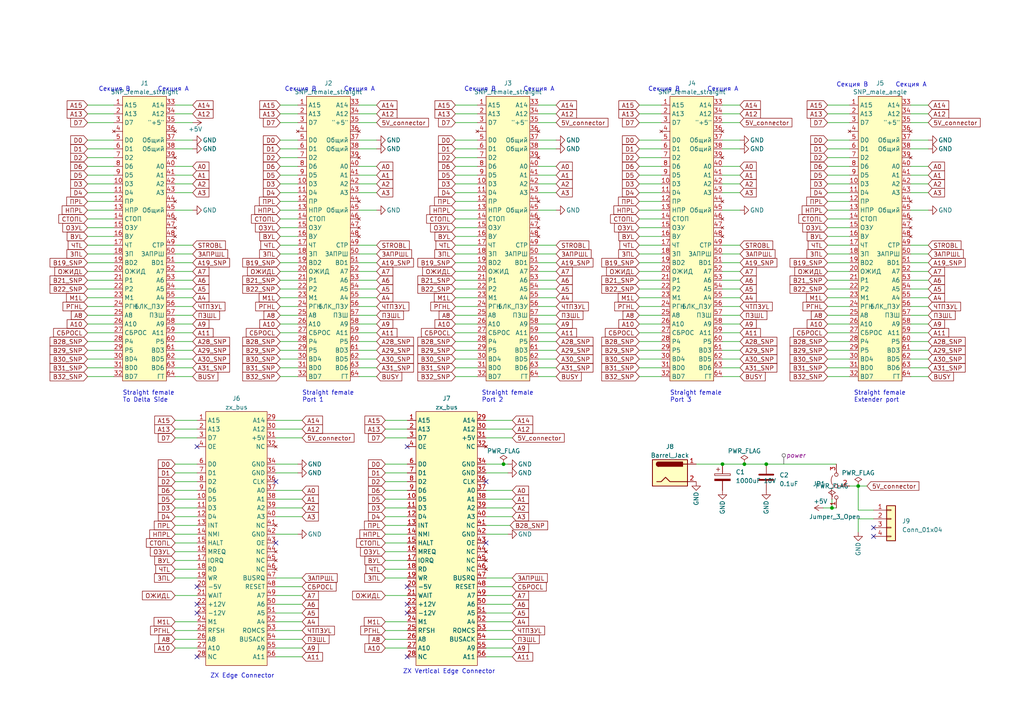
<source format=kicad_sch>
(kicad_sch (version 20230121) (generator eeschema)
  (paper "A4")
  (junction (at 248.92 140.97))
  (junction (at 222.25 134.62))
  (junction (at 209.55 134.62))
  (junction (at 215.9 134.62))
  (junction (at 241.3 147.32))
  (junction (at 146.05 134.62))
  (no_connect (at 140.97 139.7))
  (no_connect (at 57.15 175.26))
  (no_connect (at 118.11 175.26))
  (no_connect (at 57.15 190.5))
  (no_connect (at 57.15 177.8))
  (no_connect (at 253.365 155.575))
  (no_connect (at 118.11 190.5))
  (no_connect (at 140.97 157.48))
  (no_connect (at 80.01 157.48))
  (no_connect (at 118.11 177.8))
  (no_connect (at 253.365 153.035))
  (no_connect (at 118.11 129.54))
  (no_connect (at 80.01 139.7))
  (no_connect (at 57.15 170.18))
  (no_connect (at 118.11 170.18))
  (no_connect (at 57.15 129.54))
  (wire (pts (xy 55.88 109.22) (xy 50.8 109.22)))
  (wire (pts (xy 81.28 88.9) (xy 86.36 88.9)))
  (wire (pts (xy 240.03 99.06) (xy 246.38 99.06)))
  (wire (pts (xy 185.42 45.72) (xy 191.77 45.72)))
  (wire (pts (xy 104.14 86.36) (xy 109.22 86.36)))
  (wire (pts (xy 55.88 60.96) (xy 50.8 60.96)))
  (wire (pts (xy 81.28 101.6) (xy 86.36 101.6)))
  (wire (pts (xy 104.14 88.9) (xy 109.22 88.9)))
  (wire (pts (xy 156.21 81.28) (xy 161.29 81.28)))
  (wire (pts (xy 132.08 40.64) (xy 138.43 40.64)))
  (wire (pts (xy 104.14 109.22) (xy 109.22 109.22)))
  (wire (pts (xy 240.03 63.5) (xy 246.38 63.5)))
  (wire (pts (xy 209.55 83.82) (xy 214.63 83.82)))
  (wire (pts (xy 50.8 137.16) (xy 57.15 137.16)))
  (wire (pts (xy 264.16 86.36) (xy 269.24 86.36)))
  (wire (pts (xy 156.21 101.6) (xy 161.29 101.6)))
  (wire (pts (xy 81.28 104.14) (xy 86.36 104.14)))
  (wire (pts (xy 209.55 60.96) (xy 214.63 60.96)))
  (wire (pts (xy 81.28 68.58) (xy 86.36 68.58)))
  (wire (pts (xy 185.42 53.34) (xy 191.77 53.34)))
  (wire (pts (xy 264.16 55.88) (xy 269.24 55.88)))
  (wire (pts (xy 209.55 101.6) (xy 214.63 101.6)))
  (wire (pts (xy 156.21 30.48) (xy 161.29 30.48)))
  (wire (pts (xy 50.8 172.72) (xy 57.15 172.72)))
  (wire (pts (xy 25.4 33.02) (xy 33.02 33.02)))
  (wire (pts (xy 156.21 96.52) (xy 161.29 96.52)))
  (wire (pts (xy 111.76 160.02) (xy 118.11 160.02)))
  (wire (pts (xy 185.42 66.04) (xy 191.77 66.04)))
  (wire (pts (xy 81.28 93.98) (xy 86.36 93.98)))
  (wire (pts (xy 240.03 96.52) (xy 246.38 96.52)))
  (wire (pts (xy 50.8 127) (xy 57.15 127)))
  (wire (pts (xy 132.08 60.96) (xy 138.43 60.96)))
  (wire (pts (xy 104.14 71.12) (xy 109.22 71.12)))
  (wire (pts (xy 264.16 50.8) (xy 269.24 50.8)))
  (wire (pts (xy 185.42 30.48) (xy 191.77 30.48)))
  (wire (pts (xy 25.4 50.8) (xy 33.02 50.8)))
  (wire (pts (xy 111.76 149.86) (xy 118.11 149.86)))
  (wire (pts (xy 87.63 149.86) (xy 80.01 149.86)))
  (wire (pts (xy 185.42 76.2) (xy 191.77 76.2)))
  (wire (pts (xy 55.88 99.06) (xy 50.8 99.06)))
  (wire (pts (xy 55.88 101.6) (xy 50.8 101.6)))
  (wire (pts (xy 264.16 93.98) (xy 269.24 93.98)))
  (wire (pts (xy 132.08 53.34) (xy 138.43 53.34)))
  (wire (pts (xy 156.21 60.96) (xy 161.29 60.96)))
  (wire (pts (xy 209.55 109.22) (xy 214.63 109.22)))
  (wire (pts (xy 156.21 43.18) (xy 161.29 43.18)))
  (wire (pts (xy 240.03 101.6) (xy 246.38 101.6)))
  (wire (pts (xy 209.55 104.14) (xy 214.63 104.14)))
  (wire (pts (xy 111.76 154.94) (xy 118.11 154.94)))
  (wire (pts (xy 156.21 76.2) (xy 161.29 76.2)))
  (wire (pts (xy 209.55 134.62) (xy 215.9 134.62)))
  (wire (pts (xy 209.55 35.56) (xy 214.63 35.56)))
  (wire (pts (xy 185.42 35.56) (xy 191.77 35.56)))
  (wire (pts (xy 209.55 93.98) (xy 214.63 93.98)))
  (wire (pts (xy 209.55 73.66) (xy 214.63 73.66)))
  (wire (pts (xy 81.28 63.5) (xy 86.36 63.5)))
  (wire (pts (xy 264.16 30.48) (xy 269.24 30.48)))
  (wire (pts (xy 240.03 93.98) (xy 246.38 93.98)))
  (wire (pts (xy 156.21 86.36) (xy 161.29 86.36)))
  (wire (pts (xy 104.14 76.2) (xy 109.22 76.2)))
  (wire (pts (xy 81.28 83.82) (xy 86.36 83.82)))
  (wire (pts (xy 55.88 88.9) (xy 50.8 88.9)))
  (wire (pts (xy 132.08 30.48) (xy 138.43 30.48)))
  (wire (pts (xy 209.55 55.88) (xy 214.63 55.88)))
  (wire (pts (xy 240.03 68.58) (xy 246.38 68.58)))
  (wire (pts (xy 209.55 106.68) (xy 214.63 106.68)))
  (wire (pts (xy 25.4 53.34) (xy 33.02 53.34)))
  (wire (pts (xy 148.59 167.64) (xy 140.97 167.64)))
  (wire (pts (xy 253.365 150.495) (xy 248.92 150.495)))
  (wire (pts (xy 87.63 190.5) (xy 80.01 190.5)))
  (wire (pts (xy 240.03 55.88) (xy 246.38 55.88)))
  (wire (pts (xy 111.76 137.16) (xy 118.11 137.16)))
  (wire (pts (xy 185.42 50.8) (xy 191.77 50.8)))
  (wire (pts (xy 132.08 104.14) (xy 138.43 104.14)))
  (wire (pts (xy 25.4 96.52) (xy 33.02 96.52)))
  (wire (pts (xy 264.16 101.6) (xy 269.24 101.6)))
  (wire (pts (xy 140.97 127) (xy 148.59 127)))
  (wire (pts (xy 111.76 157.48) (xy 118.11 157.48)))
  (wire (pts (xy 185.42 55.88) (xy 191.77 55.88)))
  (wire (pts (xy 132.08 73.66) (xy 138.43 73.66)))
  (wire (pts (xy 185.42 60.96) (xy 191.77 60.96)))
  (wire (pts (xy 55.88 76.2) (xy 50.8 76.2)))
  (wire (pts (xy 104.14 83.82) (xy 109.22 83.82)))
  (wire (pts (xy 264.16 60.96) (xy 269.24 60.96)))
  (wire (pts (xy 87.63 142.24) (xy 80.01 142.24)))
  (wire (pts (xy 264.16 40.64) (xy 269.24 40.64)))
  (wire (pts (xy 104.14 99.06) (xy 109.22 99.06)))
  (wire (pts (xy 55.88 30.48) (xy 50.8 30.48)))
  (wire (pts (xy 81.28 78.74) (xy 86.36 78.74)))
  (wire (pts (xy 87.63 144.78) (xy 80.01 144.78)))
  (wire (pts (xy 87.63 177.8) (xy 80.01 177.8)))
  (wire (pts (xy 104.14 104.14) (xy 109.22 104.14)))
  (wire (pts (xy 185.42 99.06) (xy 191.77 99.06)))
  (wire (pts (xy 55.88 35.56) (xy 50.8 35.56)))
  (wire (pts (xy 156.21 35.56) (xy 161.29 35.56)))
  (wire (pts (xy 185.42 86.36) (xy 191.77 86.36)))
  (wire (pts (xy 240.03 35.56) (xy 246.38 35.56)))
  (wire (pts (xy 104.14 33.02) (xy 109.22 33.02)))
  (wire (pts (xy 25.4 76.2) (xy 33.02 76.2)))
  (wire (pts (xy 50.8 180.34) (xy 57.15 180.34)))
  (wire (pts (xy 81.28 86.36) (xy 86.36 86.36)))
  (wire (pts (xy 156.21 83.82) (xy 161.29 83.82)))
  (wire (pts (xy 132.08 99.06) (xy 138.43 99.06)))
  (wire (pts (xy 25.4 88.9) (xy 33.02 88.9)))
  (wire (pts (xy 248.92 150.495) (xy 248.92 154.305)))
  (wire (pts (xy 33.02 99.06) (xy 25.4 99.06)))
  (wire (pts (xy 104.14 73.66) (xy 109.22 73.66)))
  (wire (pts (xy 240.03 48.26) (xy 246.38 48.26)))
  (wire (pts (xy 185.42 109.22) (xy 191.77 109.22)))
  (wire (pts (xy 148.59 142.24) (xy 140.97 142.24)))
  (wire (pts (xy 104.14 91.44) (xy 109.22 91.44)))
  (wire (pts (xy 50.8 154.94) (xy 57.15 154.94)))
  (wire (pts (xy 25.4 58.42) (xy 33.02 58.42)))
  (wire (pts (xy 104.14 106.68) (xy 109.22 106.68)))
  (wire (pts (xy 111.76 185.42) (xy 118.11 185.42)))
  (wire (pts (xy 81.28 30.48) (xy 86.36 30.48)))
  (wire (pts (xy 209.55 88.9) (xy 214.63 88.9)))
  (wire (pts (xy 240.03 33.02) (xy 246.38 33.02)))
  (wire (pts (xy 87.63 147.32) (xy 80.01 147.32)))
  (wire (pts (xy 104.14 53.34) (xy 109.22 53.34)))
  (wire (pts (xy 148.59 147.32) (xy 140.97 147.32)))
  (wire (pts (xy 50.8 152.4) (xy 57.15 152.4)))
  (wire (pts (xy 132.08 81.28) (xy 138.43 81.28)))
  (wire (pts (xy 104.14 96.52) (xy 109.22 96.52)))
  (wire (pts (xy 132.08 91.44) (xy 138.43 91.44)))
  (wire (pts (xy 156.21 73.66) (xy 161.29 73.66)))
  (wire (pts (xy 264.16 35.56) (xy 269.24 35.56)))
  (wire (pts (xy 264.16 96.52) (xy 269.24 96.52)))
  (wire (pts (xy 81.28 66.04) (xy 86.36 66.04)))
  (wire (pts (xy 25.4 68.58) (xy 33.02 68.58)))
  (wire (pts (xy 209.55 43.18) (xy 214.63 43.18)))
  (wire (pts (xy 240.03 50.8) (xy 246.38 50.8)))
  (wire (pts (xy 55.88 78.74) (xy 50.8 78.74)))
  (wire (pts (xy 50.8 134.62) (xy 57.15 134.62)))
  (wire (pts (xy 147.32 134.62) (xy 146.05 134.62)))
  (wire (pts (xy 55.88 55.88) (xy 50.8 55.88)))
  (wire (pts (xy 104.14 50.8) (xy 109.22 50.8)))
  (wire (pts (xy 33.02 83.82) (xy 25.4 83.82)))
  (wire (pts (xy 185.42 73.66) (xy 191.77 73.66)))
  (wire (pts (xy 240.03 45.72) (xy 246.38 45.72)))
  (wire (pts (xy 156.21 33.02) (xy 161.29 33.02)))
  (wire (pts (xy 104.14 40.64) (xy 109.22 40.64)))
  (wire (pts (xy 111.76 172.72) (xy 118.11 172.72)))
  (wire (pts (xy 185.42 48.26) (xy 191.77 48.26)))
  (wire (pts (xy 81.28 45.72) (xy 86.36 45.72)))
  (wire (pts (xy 147.32 154.94) (xy 140.97 154.94)))
  (wire (pts (xy 209.55 40.64) (xy 214.63 40.64)))
  (wire (pts (xy 55.88 106.68) (xy 50.8 106.68)))
  (wire (pts (xy 81.28 35.56) (xy 86.36 35.56)))
  (wire (pts (xy 132.08 58.42) (xy 138.43 58.42)))
  (wire (pts (xy 209.55 86.36) (xy 214.63 86.36)))
  (wire (pts (xy 209.55 96.52) (xy 214.63 96.52)))
  (wire (pts (xy 25.4 55.88) (xy 33.02 55.88)))
  (wire (pts (xy 50.8 167.64) (xy 57.15 167.64)))
  (wire (pts (xy 185.42 33.02) (xy 191.77 33.02)))
  (wire (pts (xy 55.88 71.12) (xy 50.8 71.12)))
  (wire (pts (xy 25.4 43.18) (xy 33.02 43.18)))
  (wire (pts (xy 215.9 134.62) (xy 222.25 134.62)))
  (wire (pts (xy 81.28 96.52) (xy 86.36 96.52)))
  (wire (pts (xy 104.14 43.18) (xy 109.22 43.18)))
  (wire (pts (xy 111.76 162.56) (xy 118.11 162.56)))
  (wire (pts (xy 55.88 33.02) (xy 50.8 33.02)))
  (wire (pts (xy 81.28 60.96) (xy 86.36 60.96)))
  (wire (pts (xy 185.42 71.12) (xy 191.77 71.12)))
  (wire (pts (xy 148.59 185.42) (xy 140.97 185.42)))
  (wire (pts (xy 240.03 60.96) (xy 246.38 60.96)))
  (wire (pts (xy 132.08 78.74) (xy 138.43 78.74)))
  (wire (pts (xy 209.55 30.48) (xy 214.63 30.48)))
  (wire (pts (xy 111.76 124.46) (xy 118.11 124.46)))
  (wire (pts (xy 238.76 147.32) (xy 241.3 147.32)))
  (wire (pts (xy 240.03 109.22) (xy 246.38 109.22)))
  (wire (pts (xy 50.8 160.02) (xy 57.15 160.02)))
  (wire (pts (xy 50.8 147.32) (xy 57.15 147.32)))
  (wire (pts (xy 248.92 140.97) (xy 248.92 147.955)))
  (wire (pts (xy 55.88 43.18) (xy 50.8 43.18)))
  (wire (pts (xy 25.4 86.36) (xy 33.02 86.36)))
  (wire (pts (xy 81.28 71.12) (xy 86.36 71.12)))
  (wire (pts (xy 111.76 144.78) (xy 118.11 144.78)))
  (wire (pts (xy 50.8 144.78) (xy 57.15 144.78)))
  (wire (pts (xy 87.63 167.64) (xy 80.01 167.64)))
  (wire (pts (xy 156.21 50.8) (xy 161.29 50.8)))
  (wire (pts (xy 264.16 83.82) (xy 269.24 83.82)))
  (wire (pts (xy 185.42 96.52) (xy 191.77 96.52)))
  (wire (pts (xy 81.28 48.26) (xy 86.36 48.26)))
  (wire (pts (xy 55.88 48.26) (xy 50.8 48.26)))
  (wire (pts (xy 240.03 104.14) (xy 246.38 104.14)))
  (wire (pts (xy 185.42 106.68) (xy 191.77 106.68)))
  (wire (pts (xy 240.03 71.12) (xy 246.38 71.12)))
  (wire (pts (xy 25.4 60.96) (xy 33.02 60.96)))
  (wire (pts (xy 111.76 165.1) (xy 118.11 165.1)))
  (wire (pts (xy 132.08 86.36) (xy 138.43 86.36)))
  (wire (pts (xy 111.76 167.64) (xy 118.11 167.64)))
  (wire (pts (xy 55.88 93.98) (xy 50.8 93.98)))
  (wire (pts (xy 25.4 109.22) (xy 33.02 109.22)))
  (wire (pts (xy 87.63 187.96) (xy 80.01 187.96)))
  (wire (pts (xy 86.36 137.16) (xy 80.01 137.16)))
  (wire (pts (xy 50.8 162.56) (xy 57.15 162.56)))
  (wire (pts (xy 185.42 63.5) (xy 191.77 63.5)))
  (wire (pts (xy 209.55 81.28) (xy 214.63 81.28)))
  (wire (pts (xy 25.4 104.14) (xy 33.02 104.14)))
  (wire (pts (xy 156.21 71.12) (xy 161.29 71.12)))
  (wire (pts (xy 111.76 152.4) (xy 118.11 152.4)))
  (wire (pts (xy 264.16 104.14) (xy 269.24 104.14)))
  (wire (pts (xy 50.8 149.86) (xy 57.15 149.86)))
  (wire (pts (xy 251.46 140.97) (xy 248.92 140.97)))
  (wire (pts (xy 132.08 101.6) (xy 138.43 101.6)))
  (wire (pts (xy 81.28 50.8) (xy 86.36 50.8)))
  (wire (pts (xy 264.16 48.26) (xy 269.24 48.26)))
  (wire (pts (xy 132.08 55.88) (xy 138.43 55.88)))
  (wire (pts (xy 156.21 93.98) (xy 161.29 93.98)))
  (wire (pts (xy 50.8 121.92) (xy 57.15 121.92)))
  (wire (pts (xy 156.21 91.44) (xy 161.29 91.44)))
  (wire (pts (xy 80.01 121.92) (xy 87.63 121.92)))
  (wire (pts (xy 209.55 91.44) (xy 214.63 91.44)))
  (wire (pts (xy 209.55 33.02) (xy 214.63 33.02)))
  (wire (pts (xy 209.55 50.8) (xy 214.63 50.8)))
  (wire (pts (xy 87.63 172.72) (xy 80.01 172.72)))
  (wire (pts (xy 156.21 104.14) (xy 161.29 104.14)))
  (wire (pts (xy 156.21 55.88) (xy 161.29 55.88)))
  (wire (pts (xy 81.28 106.68) (xy 86.36 106.68)))
  (wire (pts (xy 209.55 78.74) (xy 214.63 78.74)))
  (wire (pts (xy 132.08 71.12) (xy 138.43 71.12)))
  (wire (pts (xy 156.21 40.64) (xy 161.29 40.64)))
  (wire (pts (xy 264.16 33.02) (xy 269.24 33.02)))
  (wire (pts (xy 55.88 50.8) (xy 50.8 50.8)))
  (wire (pts (xy 148.59 175.26) (xy 140.97 175.26)))
  (wire (pts (xy 25.4 63.5) (xy 33.02 63.5)))
  (wire (pts (xy 104.14 81.28) (xy 109.22 81.28)))
  (wire (pts (xy 87.63 180.34) (xy 80.01 180.34)))
  (wire (pts (xy 81.28 58.42) (xy 86.36 58.42)))
  (wire (pts (xy 264.16 71.12) (xy 269.24 71.12)))
  (wire (pts (xy 81.28 55.88) (xy 86.36 55.88)))
  (wire (pts (xy 201.93 134.62) (xy 209.55 134.62)))
  (wire (pts (xy 185.42 68.58) (xy 191.77 68.58)))
  (wire (pts (xy 111.76 147.32) (xy 118.11 147.32)))
  (wire (pts (xy 140.97 124.46) (xy 148.59 124.46)))
  (wire (pts (xy 33.02 81.28) (xy 25.4 81.28)))
  (wire (pts (xy 50.8 185.42) (xy 57.15 185.42)))
  (wire (pts (xy 104.14 30.48) (xy 109.22 30.48)))
  (wire (pts (xy 132.08 109.22) (xy 138.43 109.22)))
  (wire (pts (xy 209.55 71.12) (xy 214.63 71.12)))
  (wire (pts (xy 132.08 48.26) (xy 138.43 48.26)))
  (wire (pts (xy 148.59 190.5) (xy 140.97 190.5)))
  (wire (pts (xy 132.08 83.82) (xy 138.43 83.82)))
  (wire (pts (xy 185.42 81.28) (xy 191.77 81.28)))
  (wire (pts (xy 25.4 78.74) (xy 33.02 78.74)))
  (wire (pts (xy 111.76 139.7) (xy 118.11 139.7)))
  (wire (pts (xy 50.8 182.88) (xy 57.15 182.88)))
  (wire (pts (xy 156.21 99.06) (xy 161.29 99.06)))
  (wire (pts (xy 241.3 147.32) (xy 241.3 144.78)))
  (wire (pts (xy 81.28 99.06) (xy 86.36 99.06)))
  (wire (pts (xy 111.76 142.24) (xy 118.11 142.24)))
  (wire (pts (xy 264.16 106.68) (xy 269.24 106.68)))
  (wire (pts (xy 25.4 35.56) (xy 33.02 35.56)))
  (wire (pts (xy 148.59 180.34) (xy 140.97 180.34)))
  (wire (pts (xy 104.14 78.74) (xy 109.22 78.74)))
  (wire (pts (xy 209.55 99.06) (xy 214.63 99.06)))
  (wire (pts (xy 87.63 182.88) (xy 80.01 182.88)))
  (wire (pts (xy 156.21 88.9) (xy 161.29 88.9)))
  (wire (pts (xy 264.16 109.22) (xy 269.24 109.22)))
  (wire (pts (xy 50.8 165.1) (xy 57.15 165.1)))
  (wire (pts (xy 81.28 81.28) (xy 86.36 81.28)))
  (wire (pts (xy 55.88 83.82) (xy 50.8 83.82)))
  (wire (pts (xy 55.88 81.28) (xy 50.8 81.28)))
  (wire (pts (xy 132.08 63.5) (xy 138.43 63.5)))
  (wire (pts (xy 148.59 144.78) (xy 140.97 144.78)))
  (wire (pts (xy 104.14 60.96) (xy 109.22 60.96)))
  (wire (pts (xy 132.08 96.52) (xy 138.43 96.52)))
  (wire (pts (xy 81.28 76.2) (xy 86.36 76.2)))
  (wire (pts (xy 264.16 88.9) (xy 269.24 88.9)))
  (wire (pts (xy 185.42 78.74) (xy 191.77 78.74)))
  (wire (pts (xy 55.88 73.66) (xy 50.8 73.66)))
  (wire (pts (xy 50.8 157.48) (xy 57.15 157.48)))
  (wire (pts (xy 156.21 53.34) (xy 161.29 53.34)))
  (wire (pts (xy 241.3 147.32) (xy 242.57 147.32)))
  (wire (pts (xy 25.4 48.26) (xy 33.02 48.26)))
  (wire (pts (xy 25.4 40.64) (xy 33.02 40.64)))
  (wire (pts (xy 111.76 182.88) (xy 118.11 182.88)))
  (wire (pts (xy 156.21 106.68) (xy 161.29 106.68)))
  (wire (pts (xy 50.8 187.96) (xy 57.15 187.96)))
  (wire (pts (xy 81.28 53.34) (xy 86.36 53.34)))
  (wire (pts (xy 25.4 30.48) (xy 33.02 30.48)))
  (wire (pts (xy 132.08 93.98) (xy 138.43 93.98)))
  (wire (pts (xy 111.76 180.34) (xy 118.11 180.34)))
  (wire (pts (xy 240.03 91.44) (xy 246.38 91.44)))
  (wire (pts (xy 132.08 68.58) (xy 138.43 68.58)))
  (wire (pts (xy 140.97 152.4) (xy 147.955 152.4)))
  (wire (pts (xy 240.03 58.42) (xy 246.38 58.42)))
  (wire (pts (xy 132.08 106.68) (xy 138.43 106.68)))
  (wire (pts (xy 209.55 53.34) (xy 214.63 53.34)))
  (wire (pts (xy 87.63 170.18) (xy 80.01 170.18)))
  (wire (pts (xy 111.76 187.96) (xy 118.11 187.96)))
  (wire (pts (xy 240.03 88.9) (xy 246.38 88.9)))
  (wire (pts (xy 240.03 83.82) (xy 246.38 83.82)))
  (wire (pts (xy 55.88 104.14) (xy 50.8 104.14)))
  (wire (pts (xy 185.42 91.44) (xy 191.77 91.44)))
  (wire (pts (xy 81.28 73.66) (xy 86.36 73.66)))
  (wire (pts (xy 240.03 53.34) (xy 246.38 53.34)))
  (wire (pts (xy 148.59 172.72) (xy 140.97 172.72)))
  (wire (pts (xy 50.8 142.24) (xy 57.15 142.24)))
  (wire (pts (xy 240.03 73.66) (xy 246.38 73.66)))
  (wire (pts (xy 185.42 101.6) (xy 191.77 101.6)))
  (wire (pts (xy 50.8 124.46) (xy 57.15 124.46)))
  (wire (pts (xy 25.4 91.44) (xy 33.02 91.44)))
  (wire (pts (xy 132.08 50.8) (xy 138.43 50.8)))
  (wire (pts (xy 86.36 154.94) (xy 80.01 154.94)))
  (wire (pts (xy 240.03 66.04) (xy 246.38 66.04)))
  (wire (pts (xy 264.16 53.34) (xy 269.24 53.34)))
  (wire (pts (xy 264.16 73.66) (xy 269.24 73.66)))
  (wire (pts (xy 147.32 137.16) (xy 140.97 137.16)))
  (wire (pts (xy 148.59 170.18) (xy 140.97 170.18)))
  (wire (pts (xy 185.42 83.82) (xy 191.77 83.82)))
  (wire (pts (xy 87.63 185.42) (xy 80.01 185.42)))
  (wire (pts (xy 55.88 86.36) (xy 50.8 86.36)))
  (wire (pts (xy 111.76 121.92) (xy 118.11 121.92)))
  (wire (pts (xy 55.88 96.52) (xy 50.8 96.52)))
  (wire (pts (xy 185.42 88.9) (xy 191.77 88.9)))
  (wire (pts (xy 55.88 40.64) (xy 50.8 40.64)))
  (wire (pts (xy 25.4 73.66) (xy 33.02 73.66)))
  (wire (pts (xy 185.42 43.18) (xy 191.77 43.18)))
  (wire (pts (xy 111.76 127) (xy 118.11 127)))
  (wire (pts (xy 81.28 40.64) (xy 86.36 40.64)))
  (wire (pts (xy 240.03 76.2) (xy 246.38 76.2)))
  (wire (pts (xy 104.14 48.26) (xy 109.22 48.26)))
  (wire (pts (xy 240.03 40.64) (xy 246.38 40.64)))
  (wire (pts (xy 209.55 76.2) (xy 214.63 76.2)))
  (wire (pts (xy 80.01 127) (xy 87.63 127)))
  (wire (pts (xy 240.03 43.18) (xy 246.38 43.18)))
  (wire (pts (xy 86.36 134.62) (xy 80.01 134.62)))
  (wire (pts (xy 185.42 93.98) (xy 191.77 93.98)))
  (wire (pts (xy 264.16 99.06) (xy 269.24 99.06)))
  (wire (pts (xy 148.59 182.88) (xy 140.97 182.88)))
  (wire (pts (xy 264.16 91.44) (xy 269.24 91.44)))
  (wire (pts (xy 264.16 43.18) (xy 269.24 43.18)))
  (wire (pts (xy 104.14 93.98) (xy 109.22 93.98)))
  (wire (pts (xy 55.88 53.34) (xy 50.8 53.34)))
  (wire (pts (xy 132.08 88.9) (xy 138.43 88.9)))
  (wire (pts (xy 104.14 55.88) (xy 109.22 55.88)))
  (wire (pts (xy 33.02 101.6) (xy 25.4 101.6)))
  (wire (pts (xy 148.59 187.96) (xy 140.97 187.96)))
  (wire (pts (xy 240.03 81.28) (xy 246.38 81.28)))
  (wire (pts (xy 25.4 106.68) (xy 33.02 106.68)))
  (wire (pts (xy 104.14 35.56) (xy 109.22 35.56)))
  (wire (pts (xy 185.42 40.64) (xy 191.77 40.64)))
  (wire (pts (xy 148.59 149.86) (xy 140.97 149.86)))
  (wire (pts (xy 222.25 134.62) (xy 242.57 134.62)))
  (wire (pts (xy 140.97 121.92) (xy 148.59 121.92)))
  (wire (pts (xy 156.21 109.22) (xy 161.29 109.22)))
  (wire (pts (xy 240.03 30.48) (xy 246.38 30.48)))
  (wire (pts (xy 81.28 43.18) (xy 86.36 43.18)))
  (wire (pts (xy 185.42 104.14) (xy 191.77 104.14)))
  (wire (pts (xy 148.59 177.8) (xy 140.97 177.8)))
  (wire (pts (xy 240.03 78.74) (xy 246.38 78.74)))
  (wire (pts (xy 87.63 175.26) (xy 80.01 175.26)))
  (wire (pts (xy 132.08 33.02) (xy 138.43 33.02)))
  (wire (pts (xy 25.4 45.72) (xy 33.02 45.72)))
  (wire (pts (xy 132.08 76.2) (xy 138.43 76.2)))
  (wire (pts (xy 185.42 58.42) (xy 191.77 58.42)))
  (wire (pts (xy 264.16 76.2) (xy 269.24 76.2)))
  (wire (pts (xy 25.4 66.04) (xy 33.02 66.04)))
  (wire (pts (xy 81.28 33.02) (xy 86.36 33.02)))
  (wire (pts (xy 132.08 66.04) (xy 138.43 66.04)))
  (wire (pts (xy 146.05 134.62) (xy 140.97 134.62)))
  (wire (pts (xy 156.21 48.26) (xy 161.29 48.26)))
  (wire (pts (xy 111.76 134.62) (xy 118.11 134.62)))
  (wire (pts (xy 264.16 78.74) (xy 269.24 78.74)))
  (wire (pts (xy 248.92 147.955) (xy 253.365 147.955)))
  (wire (pts (xy 81.28 91.44) (xy 86.36 91.44)))
  (wire (pts (xy 132.08 43.18) (xy 138.43 43.18)))
  (wire (pts (xy 248.92 140.97) (xy 246.38 140.97)))
  (wire (pts (xy 240.03 106.68) (xy 246.38 106.68)))
  (wire (pts (xy 25.4 71.12) (xy 33.02 71.12)))
  (wire (pts (xy 25.4 93.98) (xy 33.02 93.98)))
  (wire (pts (xy 156.21 78.74) (xy 161.29 78.74)))
  (wire (pts (xy 50.8 139.7) (xy 57.15 139.7)))
  (wire (pts (xy 132.08 45.72) (xy 138.43 45.72)))
  (wire (pts (xy 264.16 81.28) (xy 269.24 81.28)))
  (wire (pts (xy 209.55 48.26) (xy 214.63 48.26)))
  (wire (pts (xy 240.03 86.36) (xy 246.38 86.36)))
  (wire (pts (xy 55.88 91.44) (xy 50.8 91.44)))
  (wire (pts (xy 104.14 101.6) (xy 109.22 101.6)))
  (wire (pts (xy 80.01 124.46) (xy 87.63 124.46)))
  (wire (pts (xy 81.28 109.22) (xy 86.36 109.22)))
  (wire (pts (xy 132.08 35.56) (xy 138.43 35.56)))
  (text "Секция В" (at 187.96 26.67 0) (effects (font (size 1.27 1.27)) (justify left bottom)))
  (text "Секция А" (at 99.695 26.67 0) (effects (font (size 1.27 1.27)) (justify left bottom)))
  (text "Секция В" (at 242.57 25.4 0) (effects (font (size 1.27 1.27)) (justify left bottom)))
  (text "Straight female\nPort 3" (at 194.31 116.84 0) (effects (font (size 1.27 1.27)) (justify left bottom)))
  (text "Straight female\nTo Delta Side" (at 35.56 116.84 0) (effects (font (size 1.27 1.27)) (justify left bottom)))
  (text "ZX Vertical Edge Connector" (at 116.84 195.58 0) (effects (font (size 1.27 1.27)) (justify left bottom)))
  (text "Секция А" (at 45.72 26.67 0) (effects (font (size 1.27 1.27)) (justify left bottom)))
  (text "Straight female\nPort 2" (at 139.7 116.84 0) (effects (font (size 1.27 1.27)) (justify left bottom)))
  (text "Секция А" (at 205.105 26.67 0) (effects (font (size 1.27 1.27)) (justify left bottom)))
  (text "Секция А" (at 151.765 26.67 0) (effects (font (size 1.27 1.27)) (justify left bottom)))
  (text "ZX Edge Connector" (at 60.96 196.85 0) (effects (font (size 1.27 1.27)) (justify left bottom)))
  (text "Секция В" (at 82.55 26.67 0) (effects (font (size 1.27 1.27)) (justify left bottom)))
  (text "Секция А" (at 259.715 25.4 0) (effects (font (size 1.27 1.27)) (justify left bottom)))
  (text "Straight female\nExtender port" (at 247.65 116.84 0) (effects (font (size 1.27 1.27)) (justify left bottom)))
  (text "Straight female\nPort 1" (at 87.63 116.84 0) (effects (font (size 1.27 1.27)) (justify left bottom)))
  (text "Секция В" (at 134.62 26.67 0) (effects (font (size 1.27 1.27)) (justify left bottom)))
  (text "Секция В" (at 28.575 26.67 0) (effects (font (size 1.27 1.27)) (justify left bottom)))
  (global_label "STROBL" (shape input) (at 161.29 71.12 0) (property "Intersheetrefs" "${INTERSHEET_REFS}" (effects hide)))
  (global_label "ПРL" (shape input) (at 185.42 58.42 180) (property "Intersheetrefs" "${INTERSHEET_REFS}" (effects hide)))
  (global_label "B31_SNP" (shape input) (at 132.08 106.68 180) (property "Intersheetrefs" "${INTERSHEET_REFS}" (effects hide)))
  (global_label "M1L" (shape input) (at 185.42 86.36 180) (property "Intersheetrefs" "${INTERSHEET_REFS}" (effects hide)))
  (global_label "B19_SNP" (shape input) (at 240.03 76.2 180) (property "Intersheetrefs" "${INTERSHEET_REFS}" (effects hide)))
  (global_label "B28_SNP" (shape input) (at 81.28 99.06 180) (property "Intersheetrefs" "${INTERSHEET_REFS}" (effects hide)))
  (global_label "D0" (shape input) (at 81.28 40.64 180) (property "Intersheetrefs" "${INTERSHEET_REFS}" (effects hide)))
  (global_label "D6" (shape input) (at 81.28 48.26 180) (property "Intersheetrefs" "${INTERSHEET_REFS}" (effects hide)))
  (global_label "B19_SNP" (shape input) (at 132.08 76.2 180) (property "Intersheetrefs" "${INTERSHEET_REFS}" (effects hide)))
  (global_label "BUSY" (shape input) (at 109.22 109.22 0) (property "Intersheetrefs" "${INTERSHEET_REFS}" (effects hide)))
  (global_label "D3" (shape input) (at 50.8 147.32 180) (property "Intersheetrefs" "${INTERSHEET_REFS}" (effects hide)))
  (global_label "СБРОСL" (shape input) (at 185.42 96.52 180) (property "Intersheetrefs" "${INTERSHEET_REFS}" (effects hide)))
  (global_label "ВУL" (shape input) (at 185.42 68.58 180) (property "Intersheetrefs" "${INTERSHEET_REFS}" (effects hide)))
  (global_label "B28_SNP" (shape input) (at 185.42 99.06 180) (property "Intersheetrefs" "${INTERSHEET_REFS}" (effects hide)))
  (global_label "B30_SNP" (shape input) (at 81.28 104.14 180) (property "Intersheetrefs" "${INTERSHEET_REFS}" (effects hide)))
  (global_label "B30_SNP" (shape input) (at 185.42 104.14 180) (property "Intersheetrefs" "${INTERSHEET_REFS}" (effects hide)))
  (global_label "D0" (shape input) (at 240.03 40.64 180) (property "Intersheetrefs" "${INTERSHEET_REFS}" (effects hide)))
  (global_label "A13" (shape input) (at 240.03 33.02 180) (property "Intersheetrefs" "${INTERSHEET_REFS}" (effects hide)))
  (global_label "ОЗУL" (shape input) (at 81.28 66.04 180) (property "Intersheetrefs" "${INTERSHEET_REFS}" (effects hide)))
  (global_label "ПРL" (shape input) (at 240.03 58.42 180) (property "Intersheetrefs" "${INTERSHEET_REFS}" (effects hide)))
  (global_label "B28_SNP" (shape input) (at 132.08 99.06 180) (property "Intersheetrefs" "${INTERSHEET_REFS}" (effects hide)))
  (global_label "A11" (shape input) (at 87.63 190.5 0) (property "Intersheetrefs" "${INTERSHEET_REFS}" (effects hide)))
  (global_label "ОЖИДL" (shape input) (at 185.42 78.74 180) (property "Intersheetrefs" "${INTERSHEET_REFS}" (effects hide)))
  (global_label "A30_SNP" (shape input) (at 55.88 104.14 0) (property "Intersheetrefs" "${INTERSHEET_REFS}" (effects hide)))
  (global_label "D6" (shape input) (at 132.08 48.26 180) (property "Intersheetrefs" "${INTERSHEET_REFS}" (effects hide)))
  (global_label "D6" (shape input) (at 25.4 48.26 180) (property "Intersheetrefs" "${INTERSHEET_REFS}" (effects hide)))
  (global_label "A3" (shape input) (at 269.24 55.88 0) (property "Intersheetrefs" "${INTERSHEET_REFS}" (effects hide)))
  (global_label "A15" (shape input) (at 25.4 30.48 180) (property "Intersheetrefs" "${INTERSHEET_REFS}" (effects hide)))
  (global_label "B21_SNP" (shape input) (at 240.03 81.28 180) (property "Intersheetrefs" "${INTERSHEET_REFS}" (effects hide)))
  (global_label "D7" (shape input) (at 81.28 35.56 180) (property "Intersheetrefs" "${INTERSHEET_REFS}" (effects hide)))
  (global_label "A29_SNP" (shape input) (at 109.22 101.6 0) (property "Intersheetrefs" "${INTERSHEET_REFS}" (effects hide)))
  (global_label "НПРL" (shape input) (at 111.76 154.94 180) (property "Intersheetrefs" "${INTERSHEET_REFS}" (effects hide)))
  (global_label "STROBL" (shape input) (at 109.22 71.12 0) (property "Intersheetrefs" "${INTERSHEET_REFS}" (effects hide)))
  (global_label "A2" (shape input) (at 161.29 53.34 0) (property "Intersheetrefs" "${INTERSHEET_REFS}" (effects hide)))
  (global_label "A19_SNP" (shape input) (at 269.24 76.2 0) (property "Intersheetrefs" "${INTERSHEET_REFS}" (effects hide)))
  (global_label "A2" (shape input) (at 87.63 147.32 0) (property "Intersheetrefs" "${INTERSHEET_REFS}" (effects hide)))
  (global_label "РГНL" (shape input) (at 132.08 88.9 180) (property "Intersheetrefs" "${INTERSHEET_REFS}" (effects hide)))
  (global_label "A10" (shape input) (at 111.76 187.96 180) (property "Intersheetrefs" "${INTERSHEET_REFS}" (effects hide)))
  (global_label "M1L" (shape input) (at 132.08 86.36 180) (property "Intersheetrefs" "${INTERSHEET_REFS}" (effects hide)))
  (global_label "B21_SNP" (shape input) (at 25.4 81.28 180) (property "Intersheetrefs" "${INTERSHEET_REFS}" (effects hide)))
  (global_label "ЧТПЗУL" (shape input) (at 161.29 88.9 0) (property "Intersheetrefs" "${INTERSHEET_REFS}" (effects hide)))
  (global_label "СТОПL" (shape input) (at 240.03 63.5 180) (property "Intersheetrefs" "${INTERSHEET_REFS}" (effects hide)))
  (global_label "ПРL" (shape input) (at 50.8 152.4 180) (property "Intersheetrefs" "${INTERSHEET_REFS}" (effects hide)))
  (global_label "A11" (shape input) (at 148.59 190.5 0) (property "Intersheetrefs" "${INTERSHEET_REFS}" (effects hide)))
  (global_label "D3" (shape input) (at 240.03 53.34 180) (property "Intersheetrefs" "${INTERSHEET_REFS}" (effects hide)))
  (global_label "A8" (shape input) (at 81.28 91.44 180) (property "Intersheetrefs" "${INTERSHEET_REFS}" (effects hide)))
  (global_label "A12" (shape input) (at 87.63 124.46 0) (property "Intersheetrefs" "${INTERSHEET_REFS}" (effects hide)))
  (global_label "D2" (shape input) (at 111.76 139.7 180) (property "Intersheetrefs" "${INTERSHEET_REFS}" (effects hide)))
  (global_label "A30_SNP" (shape input) (at 269.24 104.14 0) (property "Intersheetrefs" "${INTERSHEET_REFS}" (effects hide)))
  (global_label "ЧТПЗУL" (shape input) (at 109.22 88.9 0) (property "Intersheetrefs" "${INTERSHEET_REFS}" (effects hide)))
  (global_label "НПРL" (shape input) (at 81.28 60.96 180) (property "Intersheetrefs" "${INTERSHEET_REFS}" (effects hide)))
  (global_label "B21_SNP" (shape input) (at 81.28 81.28 180) (property "Intersheetrefs" "${INTERSHEET_REFS}" (effects hide)))
  (global_label "A4" (shape input) (at 55.88 86.36 0) (property "Intersheetrefs" "${INTERSHEET_REFS}" (effects hide)))
  (global_label "ЗПL" (shape input) (at 240.03 73.66 180) (property "Intersheetrefs" "${INTERSHEET_REFS}" (effects hide)))
  (global_label "D5" (shape input) (at 240.03 50.8 180) (property "Intersheetrefs" "${INTERSHEET_REFS}" (effects hide)))
  (global_label "B30_SNP" (shape input) (at 132.08 104.14 180) (property "Intersheetrefs" "${INTERSHEET_REFS}" (effects hide)))
  (global_label "A28_SNP" (shape input) (at 55.88 99.06 0) (property "Intersheetrefs" "${INTERSHEET_REFS}" (effects hide)))
  (global_label "A2" (shape input) (at 269.24 53.34 0) (property "Intersheetrefs" "${INTERSHEET_REFS}" (effects hide)))
  (global_label "A28_SNP" (shape input) (at 269.24 99.06 0) (property "Intersheetrefs" "${INTERSHEET_REFS}" (effects hide)))
  (global_label "A15" (shape input) (at 50.8 121.92 180) (property "Intersheetrefs" "${INTERSHEET_REFS}" (effects hide)))
  (global_label "A28_SNP" (shape input) (at 109.22 99.06 0) (property "Intersheetrefs" "${INTERSHEET_REFS}" (effects hide)))
  (global_label "A10" (shape input) (at 50.8 187.96 180) (property "Intersheetrefs" "${INTERSHEET_REFS}" (effects hide)))
  (global_label "ОЖИДL" (shape input) (at 50.8 172.72 180) (property "Intersheetrefs" "${INTERSHEET_REFS}" (effects hide)))
  (global_label "ЧТПЗУL" (shape input) (at 148.59 182.88 0) (property "Intersheetrefs" "${INTERSHEET_REFS}" (effects hide)))
  (global_label "ВУL" (shape input) (at 240.03 68.58 180) (property "Intersheetrefs" "${INTERSHEET_REFS}" (effects hide)))
  (global_label "A7" (shape input) (at 109.22 78.74 0) (property "Intersheetrefs" "${INTERSHEET_REFS}" (effects hide)))
  (global_label "D1" (shape input) (at 240.03 43.18 180) (property "Intersheetrefs" "${INTERSHEET_REFS}" (effects hide)))
  (global_label "A1" (shape input) (at 161.29 50.8 0) (property "Intersheetrefs" "${INTERSHEET_REFS}" (effects hide)))
  (global_label "ВУL" (shape input) (at 25.4 68.58 180) (property "Intersheetrefs" "${INTERSHEET_REFS}" (effects hide)))
  (global_label "A0" (shape input) (at 269.24 48.26 0) (property "Intersheetrefs" "${INTERSHEET_REFS}" (effects hide)))
  (global_label "BUSY" (shape input) (at 269.24 109.22 0) (property "Intersheetrefs" "${INTERSHEET_REFS}" (effects hide)))
  (global_label "B19_SNP" (shape input) (at 25.4 76.2 180) (property "Intersheetrefs" "${INTERSHEET_REFS}" (effects hide)))
  (global_label "ЧТL" (shape input) (at 240.03 71.12 180) (property "Intersheetrefs" "${INTERSHEET_REFS}" (effects hide)))
  (global_label "A6" (shape input) (at 55.88 81.28 0) (property "Intersheetrefs" "${INTERSHEET_REFS}" (effects hide)))
  (global_label "ЧТL" (shape input) (at 185.42 71.12 180) (property "Intersheetrefs" "${INTERSHEET_REFS}" (effects hide)))
  (global_label "ПЗШL" (shape input) (at 109.22 91.44 0) (property "Intersheetrefs" "${INTERSHEET_REFS}" (effects hide)))
  (global_label "СБРОСL" (shape input) (at 25.4 96.52 180) (property "Intersheetrefs" "${INTERSHEET_REFS}" (effects hide)))
  (global_label "D3" (shape input) (at 25.4 53.34 180) (property "Intersheetrefs" "${INTERSHEET_REFS}" (effects hide)))
  (global_label "D1" (shape input) (at 25.4 43.18 180) (property "Intersheetrefs" "${INTERSHEET_REFS}" (effects hide)))
  (global_label "A11" (shape input) (at 109.22 96.52 0) (property "Intersheetrefs" "${INTERSHEET_REFS}" (effects hide)))
  (global_label "ЗПL" (shape input) (at 81.28 73.66 180) (property "Intersheetrefs" "${INTERSHEET_REFS}" (effects hide)))
  (global_label "A5" (shape input) (at 214.63 83.82 0) (property "Intersheetrefs" "${INTERSHEET_REFS}" (effects hide)))
  (global_label "ОЖИДL" (shape input) (at 240.03 78.74 180) (property "Intersheetrefs" "${INTERSHEET_REFS}" (effects hide)))
  (global_label "D5" (shape input) (at 81.28 50.8 180) (property "Intersheetrefs" "${INTERSHEET_REFS}" (effects hide)))
  (global_label "A3" (shape input) (at 214.63 55.88 0) (property "Intersheetrefs" "${INTERSHEET_REFS}" (effects hide)))
  (global_label "ПРL" (shape input) (at 132.08 58.42 180) (property "Intersheetrefs" "${INTERSHEET_REFS}" (effects hide)))
  (global_label "D7" (shape input) (at 240.03 35.56 180) (property "Intersheetrefs" "${INTERSHEET_REFS}" (effects hide)))
  (global_label "A4" (shape input) (at 109.22 86.36 0) (property "Intersheetrefs" "${INTERSHEET_REFS}" (effects hide)))
  (global_label "A2" (shape input) (at 109.22 53.34 0) (property "Intersheetrefs" "${INTERSHEET_REFS}" (effects hide)))
  (global_label "ЧТL" (shape input) (at 50.8 165.1 180) (property "Intersheetrefs" "${INTERSHEET_REFS}" (effects hide)))
  (global_label "D0" (shape input) (at 185.42 40.64 180) (property "Intersheetrefs" "${INTERSHEET_REFS}" (effects hide)))
  (global_label "A1" (shape input) (at 87.63 144.78 0) (property "Intersheetrefs" "${INTERSHEET_REFS}" (effects hide)))
  (global_label "A9" (shape input) (at 109.22 93.98 0) (property "Intersheetrefs" "${INTERSHEET_REFS}" (effects hide)))
  (global_label "A10" (shape input) (at 25.4 93.98 180) (property "Intersheetrefs" "${INTERSHEET_REFS}" (effects hide)))
  (global_label "A9" (shape input) (at 161.29 93.98 0) (property "Intersheetrefs" "${INTERSHEET_REFS}" (effects hide)))
  (global_label "BUSY" (shape input) (at 214.63 109.22 0) (property "Intersheetrefs" "${INTERSHEET_REFS}" (effects hide)))
  (global_label "D4" (shape input) (at 50.8 149.86 180) (property "Intersheetrefs" "${INTERSHEET_REFS}" (effects hide)))
  (global_label "M1L" (shape input) (at 50.8 180.34 180) (property "Intersheetrefs" "${INTERSHEET_REFS}" (effects hide)))
  (global_label "M1L" (shape input) (at 25.4 86.36 180) (property "Intersheetrefs" "${INTERSHEET_REFS}" (effects hide)))
  (global_label "ЗПL" (shape input) (at 25.4 73.66 180) (property "Intersheetrefs" "${INTERSHEET_REFS}" (effects hide)))
  (global_label "A29_SNP" (shape input) (at 161.29 101.6 0) (property "Intersheetrefs" "${INTERSHEET_REFS}" (effects hide)))
  (global_label "D5" (shape input) (at 25.4 50.8 180) (property "Intersheetrefs" "${INTERSHEET_REFS}" (effects hide)))
  (global_label "D2" (shape input) (at 50.8 139.7 180) (property "Intersheetrefs" "${INTERSHEET_REFS}" (effects hide)))
  (global_label "A3" (shape input) (at 55.88 55.88 0) (property "Intersheetrefs" "${INTERSHEET_REFS}" (effects hide)))
  (global_label "ЗПL" (shape input) (at 185.42 73.66 180) (property "Intersheetrefs" "${INTERSHEET_REFS}" (effects hide)))
  (global_label "D7" (shape input) (at 185.42 35.56 180) (property "Intersheetrefs" "${INTERSHEET_REFS}" (effects hide)))
  (global_label "D2" (shape input) (at 81.28 45.72 180) (property "Intersheetrefs" "${INTERSHEET_REFS}" (effects hide)))
  (global_label "A11" (shape input) (at 214.63 96.52 0) (property "Intersheetrefs" "${INTERSHEET_REFS}" (effects hide)))
  (global_label "5V_connector" (shape input) (at 251.46 140.97 0) (property "Intersheetrefs" "${INTERSHEET_REFS}" (effects hide)))
  (global_label "A8" (shape input) (at 50.8 185.42 180) (property "Intersheetrefs" "${INTERSHEET_REFS}" (effects hide)))
  (global_label "ЗАПРШL" (shape input) (at 214.63 73.66 0) (property "Intersheetrefs" "${INTERSHEET_REFS}" (effects hide)))
  (global_label "STROBL" (shape input) (at 269.24 71.12 0) (property "Intersheetrefs" "${INTERSHEET_REFS}" (effects hide)))
  (global_label "A3" (shape input) (at 109.22 55.88 0) (property "Intersheetrefs" "${INTERSHEET_REFS}" (effects hide)))
  (global_label "ЧТПЗУL" (shape input) (at 87.63 182.88 0) (property "Intersheetrefs" "${INTERSHEET_REFS}" (effects hide)))
  (global_label "D1" (shape input) (at 50.8 137.16 180) (property "Intersheetrefs" "${INTERSHEET_REFS}" (effects hide)))
  (global_label "A8" (shape input) (at 240.03 91.44 180) (property "Intersheetrefs" "${INTERSHEET_REFS}" (effects hide)))
  (global_label "B22_SNP" (shape input) (at 81.28 83.82 180) (property "Intersheetrefs" "${INTERSHEET_REFS}" (effects hide)))
  (global_label "A6" (shape input) (at 161.29 81.28 0) (property "Intersheetrefs" "${INTERSHEET_REFS}" (effects hide)))
  (global_label "D0" (shape input) (at 25.4 40.64 180) (property "Intersheetrefs" "${INTERSHEET_REFS}" (effects hide)))
  (global_label "D6" (shape input) (at 50.8 142.24 180) (property "Intersheetrefs" "${INTERSHEET_REFS}" (effects hide)))
  (global_label "A7" (shape input) (at 269.24 78.74 0) (property "Intersheetrefs" "${INTERSHEET_REFS}" (effects hide)))
  (global_label "A10" (shape input) (at 132.08 93.98 180) (property "Intersheetrefs" "${INTERSHEET_REFS}" (effects hide)))
  (global_label "ОЗУL" (shape input) (at 111.76 160.02 180) (property "Intersheetrefs" "${INTERSHEET_REFS}" (effects hide)))
  (global_label "A0" (shape input) (at 148.59 142.24 0) (property "Intersheetrefs" "${INTERSHEET_REFS}" (effects hide)))
  (global_label "A7" (shape input) (at 87.63 172.72 0) (property "Intersheetrefs" "${INTERSHEET_REFS}" (effects hide)))
  (global_label "B32_SNP" (shape input) (at 132.08 109.22 180) (property "Intersheetrefs" "${INTERSHEET_REFS}" (effects hide)))
  (global_label "A4" (shape input) (at 269.24 86.36 0) (property "Intersheetrefs" "${INTERSHEET_REFS}" (effects hide)))
  (global_label "A5" (shape input) (at 87.63 177.8 0) (property "Intersheetrefs" "${INTERSHEET_REFS}" (effects hide)))
  (global_label "A14" (shape input) (at 148.59 121.92 0) (property "Intersheetrefs" "${INTERSHEET_REFS}" (effects hide)))
  (global_label "A13" (shape input) (at 81.28 33.02 180) (property "Intersheetrefs" "${INTERSHEET_REFS}" (effects hide)))
  (global_label "A6" (shape input) (at 269.24 81.28 0) (property "Intersheetrefs" "${INTERSHEET_REFS}" (effects hide)))
  (global_label "A19_SNP" (shape input) (at 55.88 76.2 0) (property "Intersheetrefs" "${INTERSHEET_REFS}" (effects hide)))
  (global_label "B31_SNP" (shape input) (at 25.4 106.68 180) (property "Intersheetrefs" "${INTERSHEET_REFS}" (effects hide)))
  (global_label "D2" (shape input) (at 240.03 45.72 180) (property "Intersheetrefs" "${INTERSHEET_REFS}" (effects hide)))
  (global_label "D3" (shape input) (at 111.76 147.32 180) (property "Intersheetrefs" "${INTERSHEET_REFS}" (effects hide)))
  (global_label "D5" (shape input) (at 132.08 50.8 180) (property "Intersheetrefs" "${INTERSHEET_REFS}" (effects hide)))
  (global_label "A12" (shape input) (at 161.29 33.02 0) (property "Intersheetrefs" "${INTERSHEET_REFS}" (effects hide)))
  (global_label "ОЖИДL" (shape input) (at 25.4 78.74 180) (property "Intersheetrefs" "${INTERSHEET_REFS}" (effects hide)))
  (global_label "B21_SNP" (shape input) (at 132.08 81.28 180) (property "Intersheetrefs" "${INTERSHEET_REFS}" (effects hide)))
  (global_label "D4" (shape input) (at 240.03 55.88 180) (property "Intersheetrefs" "${INTERSHEET_REFS}" (effects hide)))
  (global_label "НПРL" (shape input) (at 240.03 60.96 180) (property "Intersheetrefs" "${INTERSHEET_REFS}" (effects hide)))
  (global_label "D7" (shape input) (at 50.8 127 180) (property "Intersheetrefs" "${INTERSHEET_REFS}" (effects hide)))
  (global_label "A1" (shape input) (at 214.63 50.8 0) (property "Intersheetrefs" "${INTERSHEET_REFS}" (effects hide)))
  (global_label "A28_SNP" (shape input) (at 214.63 99.06 0) (property "Intersheetrefs" "${INTERSHEET_REFS}" (effects hide)))
  (global_label "A28_SNP" (shape input) (at 161.29 99.06 0) (property "Intersheetrefs" "${INTERSHEET_REFS}" (effects hide)))
  (global_label "A6" (shape input) (at 109.22 81.28 0) (property "Intersheetrefs" "${INTERSHEET_REFS}" (effects hide)))
  (global_label "ПРL" (shape input) (at 25.4 58.42 180) (property "Intersheetrefs" "${INTERSHEET_REFS}" (effects hide)))
  (global_label "A19_SNP" (shape input) (at 214.63 76.2 0) (property "Intersheetrefs" "${INTERSHEET_REFS}" (effects hide)))
  (global_label "СБРОСL" (shape input) (at 148.59 170.18 0) (property "Intersheetrefs" "${INTERSHEET_REFS}" (effects hide)))
  (global_label "D3" (shape input) (at 185.42 53.34 180) (property "Intersheetrefs" "${INTERSHEET_REFS}" (effects hide)))
  (global_label "A14" (shape input) (at 214.63 30.48 0) (property "Intersheetrefs" "${INTERSHEET_REFS}" (effects hide)))
  (global_label "B22_SNP" (shape input) (at 185.42 83.82 180) (property "Intersheetrefs" "${INTERSHEET_REFS}" (effects hide)))
  (global_label "A14" (shape input) (at 109.22 30.48 0) (property "Intersheetrefs" "${INTERSHEET_REFS}" (effects hide)))
  (global_label "ВУL" (shape input) (at 132.08 68.58 180) (property "Intersheetrefs" "${INTERSHEET_REFS}" (effects hide)))
  (global_label "A0" (shape input) (at 87.63 142.24 0) (property "Intersheetrefs" "${INTERSHEET_REFS}" (effects hide)))
  (global_label "СТОПL" (shape input) (at 185.42 63.5 180) (property "Intersheetrefs" "${INTERSHEET_REFS}" (effects hide)))
  (global_label "A31_SNP" (shape input) (at 214.63 106.68 0) (property "Intersheetrefs" "${INTERSHEET_REFS}" (effects hide)))
  (global_label "5V_connector" (shape input) (at 214.63 35.56 0) (property "Intersheetrefs" "${INTERSHEET_REFS}" (effects hide)))
  (global_label "BUSY" (shape input) (at 161.29 109.22 0) (property "Intersheetrefs" "${INTERSHEET_REFS}" (effects hide)))
  (global_label "A13" (shape input) (at 50.8 124.46 180) (property "Intersheetrefs" "${INTERSHEET_REFS}" (effects hide)))
  (global_label "A12" (shape input) (at 109.22 33.02 0) (property "Intersheetrefs" "${INTERSHEET_REFS}" (effects hide)))
  (global_label "A3" (shape input) (at 161.29 55.88 0) (property "Intersheetrefs" "${INTERSHEET_REFS}" (effects hide)))
  (global_label "B31_SNP" (shape input) (at 185.42 106.68 180) (property "Intersheetrefs" "${INTERSHEET_REFS}" (effects hide)))
  (global_label "STROBL" (shape input) (at 214.63 71.12 0) (property "Intersheetrefs" "${INTERSHEET_REFS}" (effects hide)))
  (global_label "D3" (shape input) (at 81.28 53.34 180) (property "Intersheetrefs" "${INTERSHEET_REFS}" (effects hide)))
  (global_label "5V_connector" (shape input) (at 269.24 35.56 0) (property "Intersheetrefs" "${INTERSHEET_REFS}" (effects hide)))
  (global_label "ПРL" (shape input) (at 111.76 152.4 180) (property "Intersheetrefs" "${INTERSHEET_REFS}" (effects hide)))
  (global_label "A0" (shape input) (at 161.29 48.26 0) (property "Intersheetrefs" "${INTERSHEET_REFS}" (effects hide)))
  (global_label "A9" (shape input) (at 148.59 187.96 0) (property "Intersheetrefs" "${INTERSHEET_REFS}" (effects hide)))
  (global_label "A4" (shape input) (at 148.59 180.34 0) (property "Intersheetrefs" "${INTERSHEET_REFS}" (effects hide)))
  (global_label "ОЗУL" (shape input) (at 240.03 66.04 180) (property "Intersheetrefs" "${INTERSHEET_REFS}" (effects hide)))
  (global_label "ПРL" (shape input) (at 81.28 58.42 180) (property "Intersheetrefs" "${INTERSHEET_REFS}" (effects hide)))
  (global_label "STROBL" (shape input) (at 55.88 71.12 0) (property "Intersheetrefs" "${INTERSHEET_REFS}" (effects hide)))
  (global_label "A4" (shape input) (at 87.63 180.34 0) (property "Intersheetrefs" "${INTERSHEET_REFS}" (effects hide)))
  (global_label "A19_SNP" (shape input) (at 109.22 76.2 0) (property "Intersheetrefs" "${INTERSHEET_REFS}" (effects hide)))
  (global_label "ЗАПРШL" (shape input) (at 55.88 73.66 0) (property "Intersheetrefs" "${INTERSHEET_REFS}" (effects hide)))
  (global_label "РГНL" (shape input) (at 111.76 182.88 180) (property "Intersheetrefs" "${INTERSHEET_REFS}" (effects hide)))
  (global_label "A14" (shape input) (at 269.24 30.48 0) (property "Intersheetrefs" "${INTERSHEET_REFS}" (effects hide)))
  (global_label "D1" (shape input) (at 111.76 137.16 180) (property "Intersheetrefs" "${INTERSHEET_REFS}" (effects hide)))
  (global_label "B28_SNP" (shape input) (at 147.955 152.4 0) (property "Intersheetrefs" "${INTERSHEET_REFS}" (effects hide)))
  (global_label "A8" (shape input) (at 132.08 91.44 180) (property "Intersheetrefs" "${INTERSHEET_REFS}" (effects hide)))
  (global_label "D4" (shape input) (at 111.76 149.86 180) (property "Intersheetrefs" "${INTERSHEET_REFS}" (effects hide)))
  (global_label "BUSY" (shape input) (at 55.88 109.22 0) (property "Intersheetrefs" "${INTERSHEET_REFS}" (effects hide)))
  (global_label "B19_SNP" (shape input) (at 185.42 76.2 180) (property "Intersheetrefs" "${INTERSHEET_REFS}" (effects hide)))
  (global_label "ОЖИДL" (shape input) (at 81.28 78.74 180) (property "Intersheetrefs" "${INTERSHEET_REFS}" (effects hide)))
  (global_label "D4" (shape input) (at 132.08 55.88 180) (property "Intersheetrefs" "${INTERSHEET_REFS}" (effects hide)))
  (global_label "M1L" (shape input) (at 111.76 180.34 180) (property "Intersheetrefs" "${INTERSHEET_REFS}" (effects hide)))
  (global_label "B29_SNP" (shape input) (at 240.03 101.6 180) (property "Intersheetrefs" "${INTERSHEET_REFS}" (effects hide)))
  (global_label "ОЖИДL" (shape input) (at 111.76 172.72 180) (property "Intersheetrefs" "${INTERSHEET_REFS}" (effects hide)))
  (global_label "B29_SNP" (shape input) (at 81.28 101.6 180) (property "Intersheetrefs" "${INTERSHEET_REFS}" (effects hide)))
  (global_label "НПРL" (shape input) (at 50.8 154.94 180) (property "Intersheetrefs" "${INTERSHEET_REFS}" (effects hide)))
  (global_label "ЗАПРШL" (shape input) (at 269.24 73.66 0) (property "Intersheetrefs" "${INTERSHEET_REFS}" (effects hide)))
  (global_label "D6" (shape input) (at 111.76 142.24 180) (property "Intersheetrefs" "${INTERSHEET_REFS}" (effects hide)))
  (global_label "A31_SNP" (shape input) (at 109.22 106.68 0) (property "Intersheetrefs" "${INTERSHEET_REFS}" (effects hide)))
  (global_label "A14" (shape input) (at 87.63 121.92 0) (property "Intersheetrefs" "${INTERSHEET_REFS}" (effects hide)))
  (global_label "СБРОСL" (shape input) (at 132.08 96.52 180) (property "Intersheetrefs" "${INTERSHEET_REFS}" (effects hide)))
  (global_label "A0" (shape input) (at 214.63 48.26 0) (property "Intersheetrefs" "${INTERSHEET_REFS}" (effects hide)))
  (global_label "A15" (shape input) (at 240.03 30.48 180) (property "Intersheetrefs" "${INTERSHEET_REFS}" (effects hide)))
  (global_label "СБРОСL" (shape input) (at 87.63 170.18 0) (property "Intersheetrefs" "${INTERSHEET_REFS}" (effects hide)))
  (global_label "РГНL" (shape input) (at 185.42 88.9 180) (property "Intersheetrefs" "${INTERSHEET_REFS}" (effects hide)))
  (global_label "D6" (shape input) (at 240.03 48.26 180) (property "Intersheetrefs" "${INTERSHEET_REFS}" (effects hide)))
  (global_label "D5" (shape input) (at 111.76 144.78 180) (property "Intersheetrefs" "${INTERSHEET_REFS}" (effects hide)))
  (global_label "A12" (shape input) (at 214.63 33.02 0) (property "Intersheetrefs" "${INTERSHEET_REFS}" (effects hide)))
  (global_label "ЧТL" (shape input) (at 81.28 71.12 180) (property "Intersheetrefs" "${INTERSHEET_REFS}" (effects hide)))
  (global_label "НПРL" (shape input) (at 132.08 60.96 180) (property "Intersheetrefs" "${INTERSHEET_REFS}" (effects hide)))
  (global_label "ПЗШL" (shape input) (at 55.88 91.44 0) (property "Intersheetrefs" "${INTERSHEET_REFS}" (effects hide)))
  (global_label "D1" (shape input) (at 132.08 43.18 180) (property "Intersheetrefs" "${INTERSHEET_REFS}" (effects hide)))
  (global_label "ПЗШL" (shape input) (at 214.63 91.44 0) (property "Intersheetrefs" "${INTERSHEET_REFS}" (effects hide)))
  (global_label "ОЖИДL" (shape input) (at 132.08 78.74 180) (property "Intersheetrefs" "${INTERSHEET_REFS}" (effects hide)))
  (global_label "ЧТПЗУL" (shape input) (at 55.88 88.9 0) (property "Intersheetrefs" "${INTERSHEET_REFS}" (effects hide)))
  (global_label "ПЗШL" (shape input) (at 87.63 185.42 0) (property "Intersheetrefs" "${INTERSHEET_REFS}" (effects hide)))
  (global_label "ЗПL" (shape input) (at 111.76 167.64 180) (property "Intersheetrefs" "${INTERSHEET_REFS}" (effects hide)))
  (global_label "B32_SNP" (shape input) (at 240.03 109.22 180) (property "Intersheetrefs" "${INTERSHEET_REFS}" (effects hide)))
  (global_label "A2" (shape input) (at 55.88 53.34 0) (property "Intersheetrefs" "${INTERSHEET_REFS}" (effects hide)))
  (global_label "РГНL" (shape input) (at 81.28 88.9 180) (property "Intersheetrefs" "${INTERSHEET_REFS}" (effects hide)))
  (global_label "A9" (shape input) (at 87.63 187.96 0) (property "Intersheetrefs" "${INTERSHEET_REFS}" (effects hide)))
  (global_label "ОЗУL" (shape input) (at 185.42 66.04 180) (property "Intersheetrefs" "${INTERSHEET_REFS}" (effects hide)))
  (global_label "B21_SNP" (shape input) (at 185.42 81.28 180) (property "Intersheetrefs" "${INTERSHEET_REFS}" (effects hide)))
  (global_label "D2" (shape input) (at 25.4 45.72 180) (property "Intersheetrefs" "${INTERSHEET_REFS}" (effects hide)))
  (global_label "A6" (shape input) (at 148.59 175.26 0) (property "Intersheetrefs" "${INTERSHEET_REFS}" (effects hide)))
  (global_label "СТОПL" (shape input) (at 25.4 63.5 180) (property "Intersheetrefs" "${INTERSHEET_REFS}" (effects hide)))
  (global_label "A7" (shape input) (at 161.29 78.74 0) (property "Intersheetrefs" "${INTERSHEET_REFS}" (effects hide)))
  (global_label "5V_connector" (shape input) (at 87.63 127 0) (property "Intersheetrefs" "${INTERSHEET_REFS}" (effects hide)))
  (global_label "A1" (shape input) (at 148.59 144.78 0) (property "Intersheetrefs" "${INTERSHEET_REFS}" (effects hide)))
  (global_label "A30_SNP" (shape input) (at 109.22 104.14 0) (property "Intersheetrefs" "${INTERSHEET_REFS}" (effects hide)))
  (global_label "M1L" (shape input) (at 240.03 86.36 180) (property "Intersheetrefs" "${INTERSHEET_REFS}" (effects hide)))
  (global_label "A2" (shape input) (at 214.63 53.34 0) (property "Intersheetrefs" "${INTERSHEET_REFS}" (effects hide)))
  (global_label "D6" (shape input) (at 185.42 48.26 180) (property "Intersheetrefs" "${INTERSHEET_REFS}" (effects hide)))
  (global_label "A9" (shape input) (at 55.88 93.98 0) (property "Intersheetrefs" "${INTERSHEET_REFS}" (effects hide)))
  (global_label "A29_SNP" (shape input) (at 55.88 101.6 0) (property "Intersheetrefs" "${INTERSHEET_REFS}" (effects hide)))
  (global_label "5V_connector" (shape input) (at 109.22 35.56 0) (property "Intersheetrefs" "${INTERSHEET_REFS}" (effects hide)))
  (global_label "НПРL" (shape input) (at 185.42 60.96 180) (property "Intersheetrefs" "${INTERSHEET_REFS}" (effects hide)))
  (global_label "ПЗШL" (shape input) (at 269.24 91.44 0) (property "Intersheetrefs" "${INTERSHEET_REFS}" (effects hide)))
  (global_label "B19_SNP" (shape input) (at 81.28 76.2 180) (property "Intersheetrefs" "${INTERSHEET_REFS}" (effects hide)))
  (global_label "A8" (shape input) (at 25.4 91.44 180) (property "Intersheetrefs" "${INTERSHEET_REFS}" (effects hide)))
  (global_label "D5" (shape input) (at 185.42 50.8 180) (property "Intersheetrefs" "${INTERSHEET_REFS}" (effects hide)))
  (global_label "ЗПL" (shape input) (at 50.8 167.64 180) (property "Intersheetrefs" "${INTERSHEET_REFS}" (effects hide)))
  (global_label "A10" (shape input) (at 185.42 93.98 180) (property "Intersheetrefs" "${INTERSHEET_REFS}" (effects hide)))
  (global_label "A19_SNP" (shape input) (at 161.29 76.2 0) (property "Intersheetrefs" "${INTERSHEET_REFS}" (effects hide)))
  (global_label "B31_SNP" (shape input) (at 81.28 106.68 180) (property "Intersheetrefs" "${INTERSHEET_REFS}" (effects hide)))
  (global_label "A5" (shape input) (at 55.88 83.82 0) (property "Intersheetrefs" "${INTERSHEET_REFS}" (effects hide)))
  (global_label "A8" (shape input) (at 111.76 185.42 180) (property "Intersheetrefs" "${INTERSHEET_REFS}" (effects hide)))
  (global_label "A1" (shape input) (at 55.88 50.8 0) (property "Intersheetrefs" "${INTERSHEET_REFS}" (effects hide)))
  (global_label "D7" (shape input) (at 111.76 127 180) (property "Intersheetrefs" "${INTERSHEET_REFS}" (effects hide)))
  (global_label "A7" (shape input) (at 214.63 78.74 0) (property "Intersheetrefs" "${INTERSHEET_REFS}" (effects hide)))
  (global_label "ВУL" (shape input) (at 81.28 68.58 180) (property "Intersheetrefs" "${INTERSHEET_REFS}" (effects hide)))
  (global_label "A7" (shape input) (at 55.88 78.74 0) (property "Intersheetrefs" "${INTERSHEET_REFS}" (effects hide)))
  (global_label "ПЗШL" (shape input) (at 161.29 91.44 0) (property "Intersheetrefs" "${INTERSHEET_REFS}" (effects hide)))
  (global_label "A30_SNP" (shape input) (at 214.63 104.14 0) (property "Intersheetrefs" "${INTERSHEET_REFS}" (effects hide)))
  (global_label "B22_SNP" (shape input) (at 25.4 83.82 180) (property "Intersheetrefs" "${INTERSHEET_REFS}" (effects hide)))
  (global_label "A12" (shape input) (at 269.24 33.02 0) (property "Intersheetrefs" "${INTERSHEET_REFS}" (effects hide)))
  (global_label "5V_connector" (shape input) (at 148.59 127 0) (property "Intersheetrefs" "${INTERSHEET_REFS}" (effects hide)))
  (global_label "A11" (shape input) (at 55.88 96.52 0) (property "Intersheetrefs" "${INTERSHEET_REFS}" (effects hide)))
  (global_label "A0" (shape input) (at 109.22 48.26 0) (property "Intersheetrefs" "${INTERSHEET_REFS}" (effects hide)))
  (global_label "B32_SNP" (shape input) (at 81.28 109.22 180) (property "Intersheetrefs" "${INTERSHEET_REFS}" (effects hide)))
  (global_label "A0" (shape input) (at 55.88 48.26 0) (property "Intersheetrefs" "${INTERSHEET_REFS}" (effects hide)))
  (global_label "B32_SNP" (shape input) (at 185.42 109.22 180) (property "Intersheetrefs" "${INTERSHEET_REFS}" (effects hide)))
  (global_label "D4" (shape input) (at 25.4 55.88 180) (property "Intersheetrefs" "${INTERSHEET_REFS}" (effects hide)))
  (global_label "A9" (shape input) (at 269.24 93.98 0) (property "Intersheetrefs" "${INTERSHEET_REFS}" (effects hide)))
  (global_label "ВУL" (shape input) (at 111.76 162.56 180) (property "Intersheetrefs" "${INTERSHEET_REFS}" (effects hide)))
  (global_label "A1" (shape input) (at 269.24 50.8 0) (property "Intersheetrefs" "${INTERSHEET_REFS}" (effects hide)))
  (global_label "A31_SNP" (shape input) (at 269.24 106.68 0) (property "Intersheetrefs" "${INTERSHEET_REFS}" (effects hide)))
  (global_label "A1" (shape input) (at 109.22 50.8 0) (property "Intersheetrefs" "${INTERSHEET_REFS}" (effects hide)))
  (global_label "ЧТПЗУL" (shape input) (at 269.24 88.9 0) (property "Intersheetrefs" "${INTERSHEET_REFS}" (effects hide)))
  (global_label "A6" (shape input) (at 214.63 81.28 0) (property "Intersheetrefs" "${INTERSHEET_REFS}" (effects hide)))
  (global_label "A15" (shape input) (at 111.76 121.92 180) (property "Intersheetrefs" "${INTERSHEET_REFS}" (effects hide)))
  (global_label "ОЗУL" (shape input) (at 25.4 66.04 180) (property "Intersheetrefs" "${INTERSHEET_REFS}" (effects hide)))
  (global_label "5V_connector" (shape input) (at 161.29 35.56 0) (property "Intersheetrefs" "${INTERSHEET_REFS}" (effects hide)))
  (global_label "A14" (shape input) (at 55.88 30.48 0) (property "Intersheetrefs" "${INTERSHEET_REFS}" (effects hide)))
  (global_label "РГНL" (shape input) (at 50.8 182.88 180) (property "Intersheetrefs" "${INTERSHEET_REFS}" (effects hide)))
  (global_label "D2" (shape input) (at 132.08 45.72 180) (property "Intersheetrefs" "${INTERSHEET_REFS}" (effects hide)))
  (global_label "A8" (shape input) (at 185.42 91.44 180) (property "Intersheetrefs" "${INTERSHEET_REFS}" (effects hide)))
  (global_label "A5" (shape input) (at 269.24 83.82 0) (property "Intersheetrefs" "${INTERSHEET_REFS}" (effects hide)))
  (global_label "A4" (shape input) (at 214.63 86.36 0) (property "Intersheetrefs" "${INTERSHEET_REFS}" (effects hide)))
  (global_label "A10" (shape input) (at 81.28 93.98 180) (property "Intersheetrefs" "${INTERSHEET_REFS}" (effects hide)))
  (global_label "B28_SNP" (shape input) (at 25.4 99.06 180) (property "Intersheetrefs" "${INTERSHEET_REFS}" (effects hide)))
  (global_label "A15" (shape input) (at 81.28 30.48 180) (property "Intersheetrefs" "${INTERSHEET_REFS}" (effects hide)))
  (global_label "РГНL" (shape input) (at 240.03 88.9 180) (property "Intersheetrefs" "${INTERSHEET_REFS}" (effects hide)))
  (global_label "D0" (shape input) (at 132.08 40.64 180) (property "Intersheetrefs" "${INTERSHEET_REFS}" (effects hide)))
  (global_label "D4" (shape input) (at 185.42 55.88 180) (property "Intersheetrefs" "${INTERSHEET_REFS}" (effects hide)))
  (global_label "B31_SNP" (shape input) (at 240.03 106.68 180) (property "Intersheetrefs" "${INTERSHEET_REFS}" (effects hide)))
  (global_label "B32_SNP" (shape input) (at 25.4 109.22 180) (property "Intersheetrefs" "${INTERSHEET_REFS}" (effects hide)))
  (global_label "B28_SNP" (shape input) (at 240.03 99.06 180) (property "Intersheetrefs" "${INTERSHEET_REFS}" (effects hide)))
  (global_label "A15" (shape input) (at 132.08 30.48 180) (property "Intersheetrefs" "${INTERSHEET_REFS}" (effects hide)))
  (global_label "ВУL" (shape input) (at 50.8 162.56 180) (property "Intersheetrefs" "${INTERSHEET_REFS}" (effects hide)))
  (global_label "ЧТL" (shape input) (at 132.08 71.12 180) (property "Intersheetrefs" "${INTERSHEET_REFS}" (effects hide)))
  (global_label "СТОПL" (shape input) (at 81.28 63.5 180) (property "Intersheetrefs" "${INTERSHEET_REFS}" (effects hide)))
  (global_label "D1" (shape input) (at 81.28 43.18 180) (property "Intersheetrefs" "${INTERSHEET_REFS}" (effects hide)))
  (global_label "A13" (shape input) (at 185.42 33.02 180) (property "Intersheetrefs" "${INTERSHEET_REFS}" (effects hide)))
  (global_label "ОЗУL" (shape input) (at 132.08 66.04 180) (property "Intersheetrefs" "${INTERSHEET_REFS}" (effects hide)))
  (global_label "A5" (shape input) (at 109.22 83.82 0) (property "Intersheetrefs" "${INTERSHEET_REFS}" (effects hide)))
  (global_label "ЗАПРШL" (shape input) (at 161.29 73.66 0) (property "Intersheetrefs" "${INTERSHEET_REFS}" (effects hide)))
  (global_label "A13" (shape input) (at 25.4 33.02 180) (property "Intersheetrefs" "${INTERSHEET_REFS}" (effects hide)))
  (global_label "ЧТПЗУL" (shape input) (at 214.63 88.9 0) (property "Intersheetrefs" "${INTERSHEET_REFS}" (effects hide)))
  (global_label "ПЗШL" (shape input) (at 148.59 185.42 0) (property "Intersheetrefs" "${INTERSHEET_REFS}" (effects hide)))
  (global_label "ЗАПРШL" (shape input) (at 148.59 167.64 0) (property "Intersheetrefs" "${INTERSHEET_REFS}" (effects hide)))
  (global_label "A5" (shape input) (at 148.59 177.8 0) (property "Intersheetrefs" "${INTERSHEET_REFS}" (effects hide)))
  (global_label "ЗПL" (shape input) (at 132.08 73.66 180) (property "Intersheetrefs" "${INTERSHEET_REFS}" (effects hide)))
  (global_label "A15" (shape input) (at 185.42 30.48 180) (property "Intersheetrefs" "${INTERSHEET_REFS}" (effects hide)))
  (global_label "M1L" (shape input) (at 81.28 86.36 180) (property "Intersheetrefs" "${INTERSHEET_REFS}" (effects hide)))
  (global_label "A9" (shape input) (at 214.63 93.98 0) (property "Intersheetrefs" "${INTERSHEET_REFS}" (effects hide)))
  (global_label "СТОПL" (shape input) (at 50.8 157.48 180) (property "Intersheetrefs" "${INTERSHEET_REFS}" (effects hide)))
  (global_label "D3" (shape input) (at 132.08 53.34 180) (property "Intersheetrefs" "${INTERSHEET_REFS}" (effects hide)))
  (global_label "A3" (shape input) (at 148.59 149.86 0) (property "Intersheetrefs" "${INTERSHEET_REFS}" (effects hide)))
  (global_label "D1" (shape input) (at 185.42 43.18 180) (property "Intersheetrefs" "${INTERSHEET_REFS}" (effects hide)))
  (global_label "D4" (shape input) (at 81.28 55.88 180) (property "Intersheetrefs" "${INTERSHEET_REFS}" (effects hide)))
  (global_label "A13" (shape input) (at 132.08 33.02 180) (property "Intersheetrefs" "${INTERSHEET_REFS}" (effects hide)))
  (global_label "D7" (shape input) (at 132.08 35.56 180) (property "Intersheetrefs" "${INTERSHEET_REFS}" (effects hide)))
  (global_label "A14" (shape input) (at 161.29 30.48 0) (property "Intersheetrefs" "${INTERSHEET_REFS}" (effects hide)))
  (global_label "A2" (shape input) (at 148.59 147.32 0) (property "Intersheetrefs" "${INTERSHEET_REFS}" (effects hide)))
  (global_label "A30_SNP" (shape input) (at 161.29 104.14 0) (property "Intersheetrefs" "${INTERSHEET_REFS}" (effects hide)))
  (global_label "A13" (shape input) (at 111.76 124.46 180) (property "Intersheetrefs" "${INTERSHEET_REFS}" (effects hide)))
  (global_label "D7" (shape input) (at 25.4 35.56 180) (property "Intersheetrefs" "${INTERSHEET_REFS}" (effects hide)))
  (global_label "РГНL" (shape input) (at 25.4 88.9 180) (property "Intersheetrefs" "${INTERSHEET_REFS}" (effects hide)))
  (global_label "СБРОСL" (shape input) (at 240.03 96.52 180) (property "Intersheetrefs" "${INTERSHEET_REFS}" (effects hide)))
  (global_label "ЗАПРШL" (shape input) (at 109.22 73.66 0) (property "Intersheetrefs" "${INTERSHEET_REFS}" (effects hide)))
  (global_label "A29_SNP" (shape input) (at 269.24 101.6 0) (property "Intersheetrefs" "${INTERSHEET_REFS}" (effects hide)))
  (global_label "СБРОСL" (shape input) (at 81.28 96.52 180) (property "Intersheetrefs" "${INTERSHEET_REFS}" (effects hide)))
  (global_label "A12" (shape input) (at 148.59 124.46 0) (property "Intersheetrefs" "${INTERSHEET_REFS}" (effects hide)))
  (global_label "A10" (shape input) (at 240.03 93.98 180) (property "Intersheetrefs" "${INTERSHEET_REFS}" (effects hide)))
  (global_label "B22_SNP" (shape input) (at 132.08 83.82 180) (property "Intersheetrefs" "${INTERSHEET_REFS}" (effects hide)))
  (global_label "D0" (shape input) (at 111.76 134.62 180) (property "Intersheetrefs" "${INTERSHEET_REFS}" (effects hide)))
  (global_label "A29_SNP" (shape input) (at 214.63 101.6 0) (property "Intersheetrefs" "${INTERSHEET_REFS}" (effects hide)))
  (global_label "A11" (shape input) (at 161.29 96.52 0) (property "Intersheetrefs" "${INTERSHEET_REFS}" (effects hide)))
  (global_label "D0" (shape input) (at 50.8 134.62 180) (property "Intersheetrefs" "${INTERSHEET_REFS}" (effects hide)))
  (global_label "A31_SNP" (shape input) (at 55.88 106.68 0) (property "Intersheetrefs" "${INTERSHEET_REFS}" (effects hide)))
  (global_label "ЧТL" (shape input) (at 111.76 165.1 180) (property "Intersheetrefs" "${INTERSHEET_REFS}" (effects hide)))
  (global_label "D2" (shape input) (at 185.42 45.72 180) (property "Intersheetrefs" "${INTERSHEET_REFS}" (effects hide)))
  (global_label "A3" (shape input) (at 87.63 149.86 0) (property "Intersheetrefs" "${INTERSHEET_REFS}" (effects hide)))
  (global_label "B29_SNP" (shape input) (at 132.08 101.6 180) (property "Intersheetrefs" "${INTERSHEET_REFS}" (effects hide)))
  (global_label "A7" (shape input) (at 148.59 172.72 0) (property "Intersheetrefs" "${INTERSHEET_REFS}" (effects hide)))
  (global_label "НПРL" (shape input) (at 25.4 60.96 180) (property "Intersheetrefs" "${INTERSHEET_REFS}" (effects hide)))
  (global_label "A31_SNP" (shape input) (at 161.29 106.68 0) (property "Intersheetrefs" "${INTERSHEET_REFS}" (effects hide)))
  (global_label "B29_SNP" (shape input) (at 185.42 101.6 180) (property "Intersheetrefs" "${INTERSHEET_REFS}" (effects hide)))
  (global_label "A6" (shape input) (at 87.63 175.26 0) (property "Intersheetrefs" "${INTERSHEET_REFS}" (effects hide)))
  (global_label "B30_SNP" (shape input) (at 240.03 104.14 180) (property "Intersheetrefs" "${INTERSHEET_REFS}" (effects hide)))
  (global_label "A11" (shape input) (at 269.24 96.52 0) (property "Intersheetrefs" "${INTERSHEET_REFS}" (effects hide)))
  (global_label "ЗАПРШL" (shape input) (at 87.63 167.64 0) (property "Intersheetrefs" "${INTERSHEET_REFS}" (effects hide)))
  (global_label "B29_SNP" (shape input) (at 25.4 101.6 180) (property "Intersheetrefs" "${INTERSHEET_REFS}" (effects hide)))
  (global_label "ОЗУL" (shape input) (at 50.8 160.02 180) (property "Intersheetrefs" "${INTERSHEET_REFS}" (effects hide)))
  (global_label "D5" (shape input) (at 50.8 144.78 180) (property "Intersheetrefs" "${INTERSHEET_REFS}" (effects hide)))
  (global_label "СТОПL" (shape input) (at 132.08 63.5 180) (property "Intersheetrefs" "${INTERSHEET_REFS}" (effects hide)))
  (global_label "A5" (shape input) (at 161.29 83.82 0) (property "Intersheetrefs" "${INTERSHEET_REFS}" (effects hide)))
  (global_label "B22_SNP" (shape input) (at 240.03 83.82 180) (property "Intersheetrefs" "${INTERSHEET_REFS}" (effects hide)))
  (global_label "ЧТL" (shape input) (at 25.4 71.12 180) (property "Intersheetrefs" "${INTERSHEET_REFS}" (effects hide)))
  (global_label "A12" (shape input) (at 55.88 33.02 0) (property "Intersheetrefs" "${INTERSHEET_REFS}" (effects hide)))
  (global_label "СТОПL" (shape input) (at 111.76 157.48 180) (property "Intersheetrefs" "${INTERSHEET_REFS}" (effects hide)))
  (global_label "A4" (shape input) (at 161.29 86.36 0) (property "Intersheetrefs" "${INTERSHEET_REFS}" (effects hide)))
  (global_label "B30_SNP" (shape input) (at 25.4 104.14 180) (property "Intersheetrefs" "${INTERSHEET_REFS}" (effects hide)))
  (netclass_flag "" (length 2.54) (shape round) (at 227.33 134.62 0) (property "Netclass" "power" (at 228.0285 132.08 0) (effects (font italic) (justify left))))
  (symbol (lib_id "power:GND") (at 55.88 43.18 90) (mirror x) (unit 1)
    (property "Reference" "#PWR03" (effects hide))
    (property "Value" "GND" (at 62.865 43.18 90) (effects (justify left)))
  )
  (symbol (lib_id "backplane_2:Barrel_Jack") (at 194.31 137.16 0) (unit 1)
    (property "Reference" "J8" (at 194.31 129.54 0))
    (property "Value" "Barrel_Jack" (at 194.31 132.08 0))
    (property "Footprint" "Backplane_2:BarrelJack_GCT_DCJ200-10-A_Horizontal" (effects hide))
  )
  (symbol (lib_id "power:GND") (at 147.32 134.62 90) (mirror x) (unit 1)
    (property "Reference" "#PWR025" (effects hide))
    (property "Value" "GND" (at 154.305 134.62 90) (effects (justify left)))
  )
  (symbol (lib_id "backplane_2:C") (at 222.25 138.43 0) (unit 1)
    (property "Reference" "C2" (at 226.06 137.795 0) (effects (justify left)))
    (property "Value" "0.1uF" (at 226.06 140.335 0) (effects (justify left)))
    (property "Footprint" "Backplane_2:C_Disc_D5.0mm_W2.5mm_P5.00mm" (effects hide))
  )
  (symbol (lib_id "power:GND") (at 214.63 60.96 90) (mirror x) (unit 1)
    (property "Reference" "#PWR016" (effects hide))
    (property "Value" "GND" (at 221.615 60.96 90) (effects (justify left)))
  )
  (symbol (lib_id "power:GND") (at 86.36 154.94 90) (mirror x) (unit 1)
    (property "Reference" "#PWR024" (effects hide))
    (property "Value" "GND" (at 93.345 154.94 90) (effects (justify left)))
  )
  (symbol (lib_id "power:+5V") (at 55.88 35.56 270) (mirror x) (unit 1)
    (property "Reference" "#PWR01" (effects hide))
    (property "Value" "+5V" (at 54.61 37.465 90) (effects (justify left)))
  )
  (symbol (lib_id "power:GND") (at 161.29 43.18 90) (mirror x) (unit 1)
    (property "Reference" "#PWR011" (effects hide))
    (property "Value" "GND" (at 168.275 43.18 90) (effects (justify left)))
  )
  (symbol (lib_id "power:GND") (at 269.24 60.96 90) (mirror x) (unit 1)
    (property "Reference" "#PWR020" (effects hide))
    (property "Value" "GND" (at 276.225 60.96 90) (effects (justify left)))
  )
  (symbol (lib_id "power:GND") (at 248.92 154.305 0) (mirror y) (unit 1)
    (property "Reference" "#PWR017" (effects hide))
    (property "Value" "GND" (at 248.92 161.29 90) (effects (justify left)))
  )
  (symbol (lib_id "power:GND") (at 109.22 43.18 90) (mirror x) (unit 1)
    (property "Reference" "#PWR07" (effects hide))
    (property "Value" "GND" (at 116.205 43.18 90) (effects (justify left)))
  )
  (symbol (lib_id "backplane_2:SNP_female_straight") (at 200.66 66.04 0) (unit 1)
    (property "Reference" "J4" (at 200.66 24.13 0))
    (property "Value" "SNP_female_straight" (at 200.66 26.67 0))
    (property "Footprint" "Backplane_2:snp59_96_male_straight" (effects hide))
  )
  (symbol (lib_id "power:PWR_FLAG") (at 248.92 140.97 0) (unit 1)
    (property "Reference" "#FLG03" (effects hide))
    (property "Value" "PWR_FLAG" (at 248.92 137.16 0))
  )
  (symbol (lib_id "power:GND") (at 222.25 142.24 0) (mirror y) (unit 1)
    (property "Reference" "#PWR09" (effects hide))
    (property "Value" "GND" (at 222.25 149.225 90) (effects (justify left)))
  )
  (symbol (lib_id "power:GND") (at 147.32 137.16 90) (mirror x) (unit 1)
    (property "Reference" "#PWR026" (effects hide))
    (property "Value" "GND" (at 154.305 137.16 90) (effects (justify left)))
  )
  (symbol (lib_id "power:GND") (at 269.24 43.18 90) (mirror x) (unit 1)
    (property "Reference" "#PWR019" (effects hide))
    (property "Value" "GND" (at 276.225 43.18 90) (effects (justify left)))
  )
  (symbol (lib_id "backplane_2:zx_bus") (at 68.58 157.48 0) (unit 1)
    (property "Reference" "J6" (at 68.58 115.57 0))
    (property "Value" "zx_bus" (at 68.58 118.11 0))
    (property "Footprint" "Backplane_2:ZX SPECTRUM EDGE CONNECTOR (HORIZONTAL)" (effects hide))
  )
  (symbol (lib_id "Jumper:Jumper_3_Open") (at 242.57 140.97 90) (unit 1)
    (property "Reference" "JP1" (at 239.395 140.335 90) (effects (justify left)))
    (property "Value" "Jumper_3_Open" (at 249.555 149.86 90) (effects (justify left)))
    (property "Footprint" "Backplane_2:PinHeader_1x03_P2.54mm_Vertical" (effects hide))
  )
  (symbol (lib_id "power:GND") (at 55.88 40.64 90) (mirror x) (unit 1)
    (property "Reference" "#PWR02" (effects hide))
    (property "Value" "GND" (at 62.865 40.64 90) (effects (justify left)))
  )
  (symbol (lib_id "power:GND") (at 161.29 40.64 90) (mirror x) (unit 1)
    (property "Reference" "#PWR010" (effects hide))
    (property "Value" "GND" (at 168.275 40.64 90) (effects (justify left)))
  )
  (symbol (lib_id "backplane_2:SNP_male_angle") (at 255.27 66.04 0) (unit 1)
    (property "Reference" "J5" (at 255.27 24.13 0))
    (property "Value" "SNP_male_angle" (at 255.27 26.67 0))
    (property "Footprint" "Backplane_2:snp59_96_female_angle_3" (effects hide))
  )
  (symbol (lib_id "backplane_2:SNP_female_straight") (at 41.91 66.04 0) (unit 1)
    (property "Reference" "J1" (at 41.91 24.13 0))
    (property "Value" "SNP_female_straight" (at 41.91 26.67 0))
    (property "Footprint" "Backplane_2:snp_straight" (effects hide))
  )
  (symbol (lib_id "power:GND") (at 86.36 137.16 90) (mirror x) (unit 1)
    (property "Reference" "#PWR023" (effects hide))
    (property "Value" "GND" (at 93.345 137.16 90) (effects (justify left)))
  )
  (symbol (lib_id "power:GND") (at 214.63 40.64 90) (mirror x) (unit 1)
    (property "Reference" "#PWR014" (effects hide))
    (property "Value" "GND" (at 221.615 40.64 90) (effects (justify left)))
  )
  (symbol (lib_id "power:+5V") (at 238.76 147.32 90) (mirror x) (unit 1)
    (property "Reference" "#PWR021" (effects hide))
    (property "Value" "+5V" (at 240.03 145.415 90) (effects (justify left)))
  )
  (symbol (lib_id "power:GND") (at 147.32 154.94 90) (mirror x) (unit 1)
    (property "Reference" "#PWR027" (effects hide))
    (property "Value" "GND" (at 154.305 154.94 90) (effects (justify left)))
  )
  (symbol (lib_id "power:PWR_FLAG") (at 146.05 134.62 0) (unit 1)
    (property "Reference" "#FLG01" (effects hide))
    (property "Value" "PWR_FLAG" (at 146.05 130.81 0))
  )
  (symbol (lib_id "power:PWR_FLAG") (at 241.3 144.78 0) (unit 1)
    (property "Reference" "#FLG04" (effects hide))
    (property "Value" "PWR_FLAG" (at 241.3 140.97 0))
  )
  (symbol (lib_id "power:GND") (at 109.22 40.64 90) (mirror x) (unit 1)
    (property "Reference" "#PWR06" (effects hide))
    (property "Value" "GND" (at 116.205 40.64 90) (effects (justify left)))
  )
  (symbol (lib_name "zx_bus_1") (lib_id "backplane_2:zx_bus") (at 129.54 157.48 0) (unit 1)
    (property "Reference" "J7" (at 129.54 115.57 0))
    (property "Value" "zx_bus" (at 129.54 118.11 0))
    (property "Footprint" "Backplane_2:Spectrum_edge_slot_FIXED" (effects hide))
  )
  (symbol (lib_id "power:GND") (at 214.63 43.18 90) (mirror x) (unit 1)
    (property "Reference" "#PWR015" (effects hide))
    (property "Value" "GND" (at 221.615 43.18 90) (effects (justify left)))
  )
  (symbol (lib_id "power:GND") (at 86.36 134.62 90) (mirror x) (unit 1)
    (property "Reference" "#PWR022" (effects hide))
    (property "Value" "GND" (at 93.345 134.62 90) (effects (justify left)))
  )
  (symbol (lib_id "power:GND") (at 109.22 60.96 90) (mirror x) (unit 1)
    (property "Reference" "#PWR08" (effects hide))
    (property "Value" "GND" (at 116.205 60.96 90) (effects (justify left)))
  )
  (symbol (lib_id "power:GND") (at 269.24 40.64 90) (mirror x) (unit 1)
    (property "Reference" "#PWR018" (effects hide))
    (property "Value" "GND" (at 276.225 40.64 90) (effects (justify left)))
  )
  (symbol (lib_id "backplane_2:SNP_female_straight") (at 95.25 66.04 0) (unit 1)
    (property "Reference" "J2" (at 95.25 24.13 0))
    (property "Value" "SNP_female_straight" (at 95.25 26.67 0))
    (property "Footprint" "Backplane_2:snp59_96_male_straight" (effects hide))
  )
  (symbol (lib_id "backplane_2:C_Polarized") (at 209.55 138.43 0) (unit 1)
    (property "Reference" "C1" (at 213.36 136.906 0) (effects (justify left)))
    (property "Value" "1000uF 10V" (at 213.36 139.446 0) (effects (justify left)))
    (property "Footprint" "Backplane_2:CP_Radial_D8.0mm_P5.00mm" (effects hide))
  )
  (symbol (lib_id "backplane_2:SNP_female_straight") (at 147.32 66.04 0) (unit 1)
    (property "Reference" "J3" (at 147.32 24.13 0))
    (property "Value" "SNP_female_straight" (at 147.32 26.67 0))
    (property "Footprint" "Backplane_2:snp59_96_male_straight" (effects hide))
  )
  (symbol (lib_id "power:GND") (at 209.55 142.24 0) (mirror y) (unit 1)
    (property "Reference" "#PWR05" (effects hide))
    (property "Value" "GND" (at 209.55 149.225 90) (effects (justify left)))
  )
  (symbol (lib_id "power:GND") (at 55.88 60.96 90) (mirror x) (unit 1)
    (property "Reference" "#PWR04" (effects hide))
    (property "Value" "GND" (at 62.865 60.96 90) (effects (justify left)))
  )
  (symbol (lib_id "power:GND") (at 201.93 139.7 0) (mirror y) (unit 1)
    (property "Reference" "#PWR013" (effects hide))
    (property "Value" "GND" (at 201.93 146.685 90) (effects (justify left)))
  )
  (symbol (lib_id "power:GND") (at 161.29 60.96 90) (mirror x) (unit 1)
    (property "Reference" "#PWR012" (effects hide))
    (property "Value" "GND" (at 168.275 60.96 90) (effects (justify left)))
  )
  (symbol (lib_id "Connector_Generic:Conn_01x04") (at 258.445 150.495 0) (unit 1)
    (property "Reference" "J9" (at 261.62 151.13 0) (effects (justify left)))
    (property "Value" "Conn_01x04" (at 261.62 153.67 0) (effects (justify left)))
    (property "Footprint" "Backplane_2:PinHeader_1x04_P2.54mm_Vertical" (effects hide))
  )
  (symbol (lib_id "power:PWR_FLAG") (at 215.9 134.62 0) (unit 1)
    (property "Reference" "#FLG02" (effects hide))
    (property "Value" "PWR_FLAG" (at 215.9 130.81 0))
  )
)
</source>
